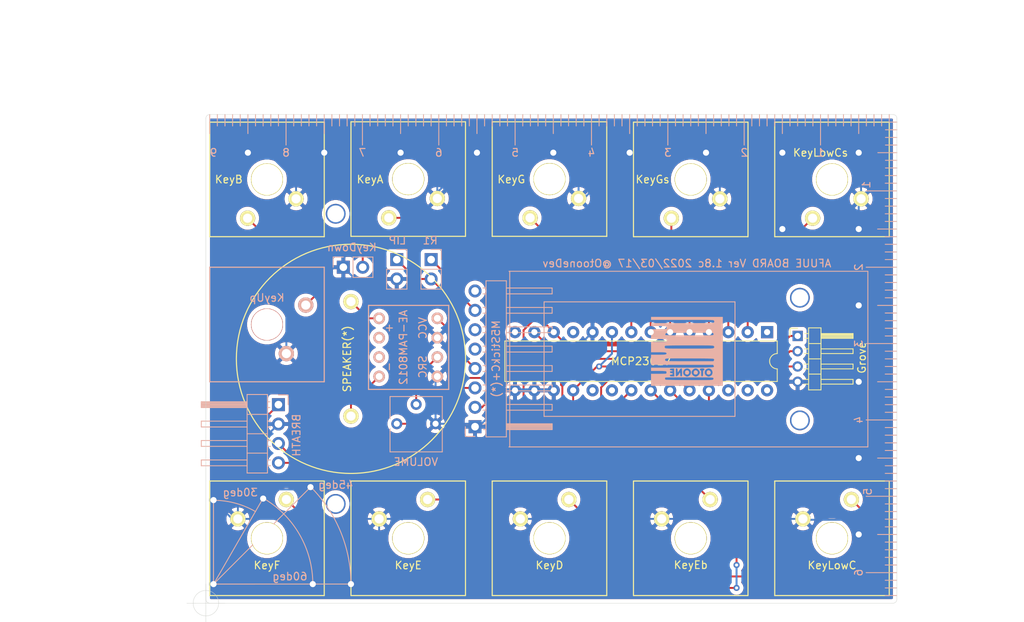
<source format=kicad_pcb>
(kicad_pcb (version 20171130) (host pcbnew "(5.1.8)-1")
  (layers (0 F.Cu signal) (31 B.Cu signal) (34 B.Paste user) (35 F.Paste user) (36 B.SilkS user) (37 F.SilkS user) (38 B.Mask user) (39 F.Mask user) (44 Edge.Cuts user))
  (net 0 "")
  (net 1 GND)
  (net 2 "Net-(SW1-Pad2)")
  (net 3 "Net-(SW2-Pad2)")
  (net 4 "Net-(SW3-Pad2)")
  (net 5 "Net-(SW4-Pad2)")
  (net 6 "Net-(SW5-Pad2)")
  (net 7 "Net-(SW6-Pad2)")
  (net 8 "Net-(SW7-Pad2)")
  (net 9 "Net-(SW8-Pad2)")
  (net 10 "Net-(SW9-Pad2)")
  (net 11 "Net-(SW10-Pad2)")
  (net 12 "Net-(SW11-Pad2)")
  (net 13 "Net-(SW12-Pad2)")
  (net 14 "Net-(J3-Pad2)")
  (net 15 "Net-(J3-Pad3)")
  (net 16 "Net-(J4-Pad5)")
  (net 17 "Net-(J4-Pad8)")
  (net 18 +5V)
  (net 19 "Net-(J3-Pad4)")
  (net 20 "Net-(J3-Pad7)")
  (net 21 "Net-(J4-Pad3)")
  (net 22 "Net-(J1-Pad1)")
  (net 23 "Net-(J1-Pad2)")
  (module Connector_PinHeader_2.54mm:PinHeader_1x08_P2.54mm_Horizontal (layer B.Cu) (at 157.75 100.886)
    (fp_text reference "M5StickC+(*)" (at 2.75 -8.886 90) (layer B.SilkS) (effects (justify mirror)))
    (fp_text value Conn_01x08)
    (pad 1 thru_hole rect (at 0 0) (size 1.7 1.7) (drill 1) (layers *.Cu *.Mask) (net 1 GND))
    (pad 2 thru_hole oval (at 0 -2.54) (size 1.7 1.7) (drill 1) (layers *.Cu *.Mask) (net 14 "Net-(J3-Pad2)"))
    (pad 3 thru_hole oval (at 0 -5.08) (size 1.7 1.7) (drill 1) (layers *.Cu *.Mask) (net 15 "Net-(J3-Pad3)"))
    (pad 4 thru_hole oval (at 0 -7.62) (size 1.7 1.7) (drill 1) (layers *.Cu *.Mask) (net 19 "Net-(J3-Pad4)"))
    (pad 5 thru_hole oval (at 0 -10.16) (size 1.7 1.7) (drill 1) (layers *.Cu *.Mask))
    (pad 6 thru_hole oval (at 0 -12.7) (size 1.7 1.7) (drill 1) (layers *.Cu *.Mask))
    (pad 7 thru_hole oval (at 0 -15.24) (size 1.7 1.7) (drill 1) (layers *.Cu *.Mask) (net 20 "Net-(J3-Pad7)"))
    (pad 8 thru_hole oval (at 0 -17.78) (size 1.7 1.7) (drill 1) (layers *.Cu *.Mask))
  )
  (module Logo:otoonedev_logo (layer B.Cu) (at 185.5 91 180)
    (fp_text reference G*** hide)
    (fp_text value " " hide)
  )
  (module Connector_PinHeader_2.00mm:PinHeader_1x04_P2.00mm_Horizontal (layer F.Cu) (at 200 89)
    (fp_text reference Grove (at 8.41 2.855 90) (layer F.SilkS))
    (fp_text value Conn_01x04)
    (pad 1 thru_hole rect (at 0 0) (size 1.35 1.35) (drill 0.8) (layers *.Cu *.Mask) (net 22 "Net-(J1-Pad1)"))
    (pad 2 thru_hole oval (at 0 2) (size 1.35 1.35) (drill 0.8) (layers *.Cu *.Mask) (net 23 "Net-(J1-Pad2)"))
    (pad 3 thru_hole oval (at 0 4) (size 1.35 1.35) (drill 0.8) (layers *.Cu *.Mask) (net 18 +5V))
    (pad 4 thru_hole oval (at 0 6) (size 1.35 1.35) (drill 0.8) (layers *.Cu *.Mask) (net 1 GND))
  )
  (module CherryMX-Switch:CherryMX-Switch (layer F.Cu) (at 204.5 115.5)
    (fp_text reference KeyLowC (at 0 3.54) (layer F.SilkS))
    (fp_text value SW_Push)
    (pad 3 thru_hole circle (at 0 0) (size 4.2 4.2) (drill 4) (layers *.Cu *.Mask F.SilkS))
    (pad 2 thru_hole circle (at 2.54 -5.08) (size 2 2) (drill 1.2) (layers *.Cu *.Mask F.SilkS) (net 2 "Net-(SW1-Pad2)"))
    (pad 1 thru_hole circle (at -3.81 -2.54) (size 2 2) (drill 1.2) (layers *.Cu *.Mask F.SilkS) (net 1 GND))
  )
  (module CherryMX-Switch:CherryMX-Switch (layer F.Cu) (at 167.5 115.5)
    (fp_text reference KeyD (at 0 3.54) (layer F.SilkS))
    (fp_text value SW_Push)
    (pad 3 thru_hole circle (at 0 0) (size 4.2 4.2) (drill 4) (layers *.Cu *.Mask F.SilkS))
    (pad 2 thru_hole circle (at 2.54 -5.08) (size 2 2) (drill 1.2) (layers *.Cu *.Mask F.SilkS) (net 4 "Net-(SW3-Pad2)"))
    (pad 1 thru_hole circle (at -3.81 -2.54) (size 2 2) (drill 1.2) (layers *.Cu *.Mask F.SilkS) (net 1 GND))
  )
  (module CherryMX-Switch:CherryMX-Switch (layer F.Cu) (at 149 115.5)
    (fp_text reference KeyE (at 0 3.54) (layer F.SilkS))
    (fp_text value SW_Push)
    (pad 3 thru_hole circle (at 0 0) (size 4.2 4.2) (drill 4) (layers *.Cu *.Mask F.SilkS))
    (pad 2 thru_hole circle (at 2.54 -5.08) (size 2 2) (drill 1.2) (layers *.Cu *.Mask F.SilkS) (net 5 "Net-(SW4-Pad2)"))
    (pad 1 thru_hole circle (at -3.81 -2.54) (size 2 2) (drill 1.2) (layers *.Cu *.Mask F.SilkS) (net 1 GND))
  )
  (module CherryMX-Switch:CherryMX-Switch (layer F.Cu) (at 130.5 115.5)
    (fp_text reference KeyF (at 0 3.54) (layer F.SilkS))
    (fp_text value SW_Push)
    (pad 1 thru_hole circle (at -3.81 -2.54) (size 2 2) (drill 1.2) (layers *.Cu *.Mask F.SilkS) (net 1 GND))
    (pad 2 thru_hole circle (at 2.54 -5.08) (size 2 2) (drill 1.2) (layers *.Cu *.Mask F.SilkS) (net 6 "Net-(SW5-Pad2)"))
    (pad 3 thru_hole circle (at 0 0) (size 4.2 4.2) (drill 4) (layers *.Cu *.Mask F.SilkS))
  )
  (module CherryMX-Switch:CherryMX-Switch (layer F.Cu) (at 204.5 68.5 180)
    (fp_text reference KeyLowCs (at 1.5 3.5) (layer F.SilkS))
    (fp_text value SW_Push)
    (pad 3 thru_hole circle (at 0 0 180) (size 4.2 4.2) (drill 4) (layers *.Cu *.Mask F.SilkS))
    (pad 2 thru_hole circle (at 2.54 -5.08 180) (size 2 2) (drill 1.2) (layers *.Cu *.Mask F.SilkS) (net 7 "Net-(SW6-Pad2)"))
    (pad 1 thru_hole circle (at -3.81 -2.54 180) (size 2 2) (drill 1.2) (layers *.Cu *.Mask F.SilkS) (net 1 GND))
  )
  (module CherryMX-Switch:CherryMX-Switch (layer F.Cu) (at 167.5 68.453 180)
    (fp_text reference KeyG (at 5 -0.047) (layer F.SilkS))
    (fp_text value SW_Push)
    (pad 1 thru_hole circle (at -3.81 -2.54 180) (size 2 2) (drill 1.2) (layers *.Cu *.Mask F.SilkS) (net 1 GND))
    (pad 2 thru_hole circle (at 2.54 -5.08 180) (size 2 2) (drill 1.2) (layers *.Cu *.Mask F.SilkS) (net 9 "Net-(SW8-Pad2)"))
    (pad 3 thru_hole circle (at 0 0 180) (size 4.2 4.2) (drill 4) (layers *.Cu *.Mask F.SilkS))
  )
  (module CherryMX-Switch:CherryMX-Switch (layer F.Cu) (at 149 68.453 180)
    (fp_text reference KeyA (at 5 -0.047) (layer F.SilkS))
    (fp_text value SW_Push)
    (pad 3 thru_hole circle (at 0 0 180) (size 4.2 4.2) (drill 4) (layers *.Cu *.Mask F.SilkS))
    (pad 2 thru_hole circle (at 2.54 -5.08 180) (size 2 2) (drill 1.2) (layers *.Cu *.Mask F.SilkS) (net 10 "Net-(SW9-Pad2)"))
    (pad 1 thru_hole circle (at -3.81 -2.54 180) (size 2 2) (drill 1.2) (layers *.Cu *.Mask F.SilkS) (net 1 GND))
  )
  (module CherryMX-Switch:CherryMX-Switch (layer F.Cu) (at 130.5 68.5 180)
    (fp_text reference KeyB (at 5 0) (layer F.SilkS))
    (fp_text value SW_Push)
    (pad 1 thru_hole circle (at -3.81 -2.54 180) (size 2 2) (drill 1.2) (layers *.Cu *.Mask F.SilkS) (net 1 GND))
    (pad 2 thru_hole circle (at 2.54 -5.08 180) (size 2 2) (drill 1.2) (layers *.Cu *.Mask F.SilkS) (net 11 "Net-(SW10-Pad2)"))
    (pad 3 thru_hole circle (at 0 0 180) (size 4.2 4.2) (drill 4) (layers *.Cu *.Mask F.SilkS))
  )
  (module CherryMX-Switch:CherryMX-Switch (layer B.Cu) (at 130.5 87.5 90)
    (fp_text reference KeyUp (at 3.5 0 180) (layer B.SilkS) (effects (justify mirror)))
    (fp_text value SW_Push)
    (pad 1 thru_hole circle (at -3.81 2.54 90) (size 2 2) (drill 1.2) (layers *.Cu *.Mask B.SilkS) (net 1 GND))
    (pad 2 thru_hole circle (at 2.54 5.08 90) (size 2 2) (drill 1.2) (layers *.Cu *.Mask B.SilkS) (net 13 "Net-(SW12-Pad2)"))
    (pad 3 thru_hole circle (at 0 0 90) (size 4.2 4.2) (drill 4) (layers *.Cu *.Mask B.SilkS))
  )
  (module AE-PAM8012:AE-PAM8012 (layer B.Cu) (at 149 90.5 270)
    (fp_text reference AE-PAM8012 (at 0 0.635 90) (layer B.SilkS) (effects (justify mirror)))
    (fp_text value Conn_02x04_Odd_Even)
    (fp_text user SRC (at 2.54 -1.905 90) (layer B.SilkS) (effects (justify mirror)))
    (fp_text user VCC (at -2.54 -1.905 90) (layer B.SilkS) (effects (justify mirror)))
    (fp_text user - (at 2.54 2.54 90) (layer B.SilkS) (effects (justify mirror)))
    (fp_text user + (at -2.54 2.54 90) (layer B.SilkS) (effects (justify mirror)))
    (pad 1 thru_hole circle (at -3.81 -3.81 270) (size 1.524 1.524) (drill 0.9) (layers *.Cu *.Mask B.SilkS) (net 14 "Net-(J3-Pad2)"))
    (pad 2 thru_hole circle (at -1.27 -3.81 270) (size 1.524 1.524) (drill 0.9) (layers *.Cu *.Mask B.SilkS) (net 1 GND))
    (pad 3 thru_hole circle (at 1.27 -3.81 270) (size 1.524 1.524) (drill 0.9) (layers *.Cu *.Mask B.SilkS) (net 21 "Net-(J4-Pad3)"))
    (pad 4 thru_hole circle (at 3.81 -3.81 270) (size 1.524 1.524) (drill 0.9) (layers *.Cu *.Mask B.SilkS) (net 1 GND))
    (pad 5 thru_hole circle (at -3.81 3.81 270) (size 1.524 1.524) (drill 0.9) (layers *.Cu *.Mask B.SilkS) (net 16 "Net-(J4-Pad5)"))
    (pad 6 thru_hole circle (at -1.27 3.81 270) (size 1.524 1.524) (drill 0.9) (layers *.Cu *.Mask B.SilkS))
    (pad 7 thru_hole circle (at 1.27 3.81 270) (size 1.524 1.524) (drill 0.9) (layers *.Cu *.Mask B.SilkS))
    (pad 8 thru_hole circle (at 3.81 3.81 270) (size 1.524 1.524) (drill 0.9) (layers *.Cu *.Mask B.SilkS) (net 17 "Net-(J4-Pad8)"))
  )
  (module UGSM30:USGM30 (layer F.Cu) (at 141.5 92 270)
    (fp_text reference "SPEAKER(*)" (at 0 0.5 90) (layer F.SilkS))
    (fp_text value Conn_01x02)
    (pad 1 thru_hole circle (at -7.5 0 270) (size 2 2) (drill 1.2) (layers *.Cu *.Mask F.SilkS) (net 16 "Net-(J4-Pad5)"))
    (pad 2 thru_hole circle (at 7.5 0 270) (size 2 2) (drill 1.2) (layers *.Cu *.Mask F.SilkS) (net 17 "Net-(J4-Pad8)"))
  )
  (module Package_DIP:DIP-28_W7.62mm (layer F.Cu) (at 196 88.5 270)
    (fp_text reference MCP23017 (at 3.81 16.5 180) (layer F.SilkS))
    (fp_text value MCP23017_SP)
    (pad 1 thru_hole rect (at 0 0 270) (size 1.6 1.6) (drill 0.8) (layers *.Cu *.Mask))
    (pad 15 thru_hole oval (at 7.62 33.02 270) (size 1.6 1.6) (drill 0.8) (layers *.Cu *.Mask) (net 1 GND))
    (pad 2 thru_hole oval (at 0 2.54 270) (size 1.6 1.6) (drill 0.8) (layers *.Cu *.Mask) (net 7 "Net-(SW6-Pad2)"))
    (pad 16 thru_hole oval (at 7.62 30.48 270) (size 1.6 1.6) (drill 0.8) (layers *.Cu *.Mask) (net 1 GND))
    (pad 3 thru_hole oval (at 0 5.08 270) (size 1.6 1.6) (drill 0.8) (layers *.Cu *.Mask) (net 8 "Net-(SW7-Pad2)"))
    (pad 17 thru_hole oval (at 7.62 27.94 270) (size 1.6 1.6) (drill 0.8) (layers *.Cu *.Mask) (net 1 GND))
    (pad 4 thru_hole oval (at 0 7.62 270) (size 1.6 1.6) (drill 0.8) (layers *.Cu *.Mask) (net 9 "Net-(SW8-Pad2)"))
    (pad 18 thru_hole oval (at 7.62 25.4 270) (size 1.6 1.6) (drill 0.8) (layers *.Cu *.Mask) (net 18 +5V))
    (pad 5 thru_hole oval (at 0 10.16 270) (size 1.6 1.6) (drill 0.8) (layers *.Cu *.Mask) (net 10 "Net-(SW9-Pad2)"))
    (pad 19 thru_hole oval (at 7.62 22.86 270) (size 1.6 1.6) (drill 0.8) (layers *.Cu *.Mask))
    (pad 6 thru_hole oval (at 0 12.7 270) (size 1.6 1.6) (drill 0.8) (layers *.Cu *.Mask) (net 11 "Net-(SW10-Pad2)"))
    (pad 20 thru_hole oval (at 7.62 20.32 270) (size 1.6 1.6) (drill 0.8) (layers *.Cu *.Mask))
    (pad 7 thru_hole oval (at 0 15.24 270) (size 1.6 1.6) (drill 0.8) (layers *.Cu *.Mask) (net 12 "Net-(SW11-Pad2)"))
    (pad 21 thru_hole oval (at 7.62 17.78 270) (size 1.6 1.6) (drill 0.8) (layers *.Cu *.Mask) (net 2 "Net-(SW1-Pad2)"))
    (pad 8 thru_hole oval (at 0 17.78 270) (size 1.6 1.6) (drill 0.8) (layers *.Cu *.Mask) (net 13 "Net-(SW12-Pad2)"))
    (pad 22 thru_hole oval (at 7.62 15.24 270) (size 1.6 1.6) (drill 0.8) (layers *.Cu *.Mask) (net 3 "Net-(SW2-Pad2)"))
    (pad 9 thru_hole oval (at 0 20.32 270) (size 1.6 1.6) (drill 0.8) (layers *.Cu *.Mask) (net 18 +5V))
    (pad 23 thru_hole oval (at 7.62 12.7 270) (size 1.6 1.6) (drill 0.8) (layers *.Cu *.Mask) (net 4 "Net-(SW3-Pad2)"))
    (pad 10 thru_hole oval (at 0 22.86 270) (size 1.6 1.6) (drill 0.8) (layers *.Cu *.Mask) (net 1 GND))
    (pad 24 thru_hole oval (at 7.62 10.16 270) (size 1.6 1.6) (drill 0.8) (layers *.Cu *.Mask) (net 5 "Net-(SW4-Pad2)"))
    (pad 11 thru_hole oval (at 0 25.4 270) (size 1.6 1.6) (drill 0.8) (layers *.Cu *.Mask))
    (pad 25 thru_hole oval (at 7.62 7.62 270) (size 1.6 1.6) (drill 0.8) (layers *.Cu *.Mask) (net 6 "Net-(SW5-Pad2)"))
    (pad 12 thru_hole oval (at 0 27.94 270) (size 1.6 1.6) (drill 0.8) (layers *.Cu *.Mask) (net 22 "Net-(J1-Pad1)"))
    (pad 26 thru_hole oval (at 7.62 5.08 270) (size 1.6 1.6) (drill 0.8) (layers *.Cu *.Mask))
    (pad 13 thru_hole oval (at 0 30.48 270) (size 1.6 1.6) (drill 0.8) (layers *.Cu *.Mask) (net 23 "Net-(J1-Pad2)"))
    (pad 27 thru_hole oval (at 7.62 2.54 270) (size 1.6 1.6) (drill 0.8) (layers *.Cu *.Mask))
    (pad 14 thru_hole oval (at 0 33.02 270) (size 1.6 1.6) (drill 0.8) (layers *.Cu *.Mask))
    (pad 28 thru_hole oval (at 7.62 0 270) (size 1.6 1.6) (drill 0.8) (layers *.Cu *.Mask))
  )
  (module CherryMX-Switch:CherryMX-Switch (layer F.Cu) (at 186 115.5)
    (fp_text reference KeyEb (at 0 3.5) (layer F.SilkS))
    (fp_text value SW_Push)
    (pad 3 thru_hole circle (at 0 0) (size 4.2 4.2) (drill 4) (layers *.Cu *.Mask F.SilkS))
    (pad 2 thru_hole circle (at 2.54 -5.08) (size 2 2) (drill 1.2) (layers *.Cu *.Mask F.SilkS) (net 3 "Net-(SW2-Pad2)"))
    (pad 1 thru_hole circle (at -3.81 -2.54) (size 2 2) (drill 1.2) (layers *.Cu *.Mask F.SilkS) (net 1 GND))
  )
  (module CherryMX-Switch:CherryMX-Switch (layer F.Cu) (at 186 68.5 180)
    (fp_text reference KeyGs (at 5 0) (layer F.SilkS))
    (fp_text value SW_Push)
    (pad 1 thru_hole circle (at -3.81 -2.54 180) (size 2 2) (drill 1.2) (layers *.Cu *.Mask F.SilkS) (net 1 GND))
    (pad 2 thru_hole circle (at 2.54 -5.08 180) (size 2 2) (drill 1.2) (layers *.Cu *.Mask F.SilkS) (net 8 "Net-(SW7-Pad2)"))
    (pad 3 thru_hole circle (at 0 0 180) (size 4.2 4.2) (drill 4) (layers *.Cu *.Mask F.SilkS))
  )
  (module Connector_PinHeader_2.54mm:PinHeader_1x02_P2.54mm_Vertical (layer B.Cu) (at 140.5 80 270)
    (fp_text reference KeyDown (at -2.606 -1.116) (layer B.SilkS) (effects (justify mirror)))
    (fp_text value SW_Push)
    (pad 1 thru_hole rect (at 0 0 270) (size 1.7 1.7) (drill 1) (layers *.Cu *.Mask) (net 1 GND))
    (pad 2 thru_hole oval (at 0 -2.54 270) (size 1.7 1.7) (drill 1) (layers *.Cu *.Mask) (net 12 "Net-(SW11-Pad2)"))
  )
  (module Connector_PinHeader_2.54mm:PinHeader_1x04_P2.54mm_Horizontal (layer B.Cu) (at 132 98 180)
    (fp_text reference BREATH (at -2.365 -4 90) (layer B.SilkS) (effects (justify mirror)))
    (fp_text value Conn_01x04)
    (pad 4 thru_hole oval (at 0 -7.62 180) (size 1.7 1.7) (drill 1) (layers *.Cu *.Mask) (net 23 "Net-(J1-Pad2)"))
    (pad 3 thru_hole oval (at 0 -5.08 180) (size 1.7 1.7) (drill 1) (layers *.Cu *.Mask) (net 22 "Net-(J1-Pad1)"))
    (pad 2 thru_hole oval (at 0 -2.54 180) (size 1.7 1.7) (drill 1) (layers *.Cu *.Mask) (net 1 GND))
    (pad 1 thru_hole rect (at 0 0 180) (size 1.7 1.7) (drill 1) (layers *.Cu *.Mask) (net 18 +5V))
  )
  (module Connector_PinHeader_2.54mm:PinHeader_1x02_P2.54mm_Vertical (layer B.Cu) (at 147.5 79 180)
    (fp_text reference LIP (at -0.079999 2.5) (layer B.SilkS) (effects (justify mirror)))
    (fp_text value Conn_01x02)
    (pad 2 thru_hole oval (at 0 -2.54 180) (size 1.7 1.7) (drill 1) (layers *.Cu *.Mask) (net 1 GND))
    (pad 1 thru_hole rect (at 0 0 180) (size 1.7 1.7) (drill 1) (layers *.Cu *.Mask) (net 19 "Net-(J3-Pad4)"))
  )
  (module Connector_PinHeader_2.54mm:PinHeader_1x02_P2.54mm_Vertical (layer B.Cu) (at 152 79 180)
    (fp_text reference R1 (at 0.125001 2.5) (layer B.SilkS) (effects (justify mirror)))
    (fp_text value R)
    (pad 1 thru_hole rect (at 0 0 180) (size 1.7 1.7) (drill 1) (layers *.Cu *.Mask) (net 20 "Net-(J3-Pad7)"))
    (pad 2 thru_hole oval (at 0 -2.54 180) (size 1.7 1.7) (drill 1) (layers *.Cu *.Mask) (net 19 "Net-(J3-Pad4)"))
  )
  (module Potentiometer_THT:Potentiometer_Vishay_T73YP_Vertical (layer B.Cu) (at 147.5 100.5 90)
    (fp_text reference VOLUME (at -5 2.5) (layer B.SilkS) (effects (justify mirror)))
    (fp_text value R_POT)
    (pad 3 thru_hole circle (at 0 5.08 90) (size 1.44 1.44) (drill 0.8) (layers *.Cu *.Mask) (net 1 GND))
    (pad 2 thru_hole circle (at 2.54 2.54 90) (size 1.44 1.44) (drill 0.8) (layers *.Cu *.Mask) (net 21 "Net-(J4-Pad3)"))
    (pad 1 thru_hole circle (at 0 0 90) (size 1.44 1.44) (drill 0.8) (layers *.Cu *.Mask) (net 15 "Net-(J3-Pad3)"))
  )
  (gr_text 9 (at 123.5 64.998) (layer B.SilkS) (effects (font (size 1 1)) (justify mirror)))
  (gr_line (start 123 62.498) (end 123 59.998) (layer B.SilkS) (width 0.12))
  (gr_line (start 124 61.498) (end 124 59.998) (layer B.SilkS) (width 0.12))
  (gr_line (start 125 61.498) (end 125 59.998) (layer B.SilkS) (width 0.12))
  (gr_line (start 126 61.498) (end 126 59.998) (layer B.SilkS) (width 0.12))
  (gr_arc (start 212.5 123.5) (end 212.5 124) (angle -90) (layer Edge.Cuts) (width 0.05))
  (gr_arc (start 123 123.5) (end 122.5 123.5) (angle -90) (layer Edge.Cuts) (width 0.05))
  (gr_arc (start 123 60.5) (end 123 60) (angle -90) (layer Edge.Cuts) (width 0.05))
  (gr_arc (start 212.5 60.5) (end 213 60.5) (angle -90) (layer Edge.Cuts) (width 0.05))
  (gr_line (start 122.5 60.5) (end 122.5 123.5) (layer Edge.Cuts) (width 0.05))
  (gr_line (start 127 61.498) (end 127 59.998) (layer B.SilkS) (width 0.12))
  (gr_line (start 130 61.498) (end 130 59.998) (layer B.SilkS) (width 0.12))
  (gr_line (start 132 61.498) (end 132 59.998) (layer B.SilkS) (width 0.12))
  (gr_line (start 129 61.498) (end 129 59.998) (layer B.SilkS) (width 0.12))
  (gr_line (start 128 62.498) (end 128 59.998) (layer B.SilkS) (width 0.12))
  (gr_line (start 131 61.498) (end 131 59.998) (layer B.SilkS) (width 0.12))
  (gr_line (start 133 63.998) (end 133 59.998) (layer B.SilkS) (width 0.12))
  (gr_text 8 (at 133 64.998) (layer B.SilkS) (effects (font (size 1 1)) (justify mirror)))
  (gr_line (start 138 62.498) (end 138 59.998) (layer B.SilkS) (width 0.12))
  (gr_line (start 142 61.498) (end 142 59.998) (layer B.SilkS) (width 0.12))
  (gr_line (start 139 61.498) (end 139 59.998) (layer B.SilkS) (width 0.12))
  (gr_line (start 136 61.498) (end 136 59.998) (layer B.SilkS) (width 0.12))
  (gr_line (start 141 61.498) (end 141 59.998) (layer B.SilkS) (width 0.12))
  (gr_line (start 134 61.498) (end 134 59.998) (layer B.SilkS) (width 0.12))
  (gr_line (start 140 61.498) (end 140 59.998) (layer B.SilkS) (width 0.12))
  (gr_line (start 137 61.498) (end 137 59.998) (layer B.SilkS) (width 0.12))
  (gr_line (start 135 61.498) (end 135 59.998) (layer B.SilkS) (width 0.12))
  (gr_line (start 211.47 123) (end 212.97 123) (layer B.SilkS) (width 0.12))
  (gr_line (start 211.47 122) (end 212.97 122) (layer B.SilkS) (width 0.12))
  (gr_line (start 211.47 121) (end 212.97 121) (layer B.SilkS) (width 0.12))
  (gr_line (start 211.5 64) (end 213 64) (layer B.SilkS) (width 0.12))
  (gr_line (start 212.5 60) (end 123 60) (layer Edge.Cuts) (width 0.05))
  (gr_line (start 213 123.5) (end 213 60.5) (layer Edge.Cuts) (width 0.05))
  (gr_line (start 123 124) (end 212.5 124) (layer Edge.Cuts) (width 0.05))
  (gr_text 30deg (at 127 109.5) (layer B.SilkS) (effects (font (size 1 1)) (justify mirror)))
  (gr_text 60deg (at 133.5 120.5) (layer B.SilkS) (effects (font (size 1 1)) (justify mirror)))
  (gr_text 45deg (at 139.5 108.5) (layer B.SilkS) (effects (font (size 1 1)) (justify mirror)))
  (gr_arc (start 123.5 121.502) (end 128.999999 112.002001) (angle -30.06858282) (layer B.SilkS) (width 0.12))
  (gr_line (start 123.5 121.5) (end 123.5 110.498) (layer B.SilkS) (width 0.12))
  (gr_arc (start 123.5 121.502) (end 141.5 121.5) (angle -44.99772574) (layer B.SilkS) (width 0.12))
  (gr_line (start 130 110.241586) (end 123.50361 121.502) (layer B.SilkS) (width 0.12))
  (gr_arc (start 123.50361 121.502) (end 136.50361 121.5) (angle -60.00955617) (layer B.SilkS) (width 0.12))
  (gr_line (start 123.5 121.5) (end 141.5 121.498) (layer B.SilkS) (width 0.12))
  (gr_line (start 136.227013 108.773169) (end 123.5 121.502) (layer B.SilkS) (width 0.12))
  (gr_text 6 (at 208 120 90) (layer B.SilkS) (effects (font (size 1 1)) (justify mirror)))
  (gr_line (start 208.97 120) (end 212.97 120) (layer B.SilkS) (width 0.12))
  (gr_line (start 211.47 117) (end 212.97 117) (layer B.SilkS) (width 0.12))
  (gr_line (start 211.47 114) (end 212.97 114) (layer B.SilkS) (width 0.12))
  (gr_line (start 211.47 111) (end 212.97 111) (layer B.SilkS) (width 0.12))
  (gr_line (start 210.47 115) (end 212.97 115) (layer B.SilkS) (width 0.12))
  (gr_line (start 211.47 112) (end 212.97 112) (layer B.SilkS) (width 0.12))
  (gr_line (start 211.47 113) (end 212.97 113) (layer B.SilkS) (width 0.12))
  (gr_line (start 211.47 116) (end 212.97 116) (layer B.SilkS) (width 0.12))
  (gr_line (start 211.47 118) (end 212.97 118) (layer B.SilkS) (width 0.12))
  (gr_line (start 211.47 119) (end 212.97 119) (layer B.SilkS) (width 0.12))
  (gr_text 5 (at 209.185 109.395 90) (layer B.SilkS) (effects (font (size 1 1)) (justify mirror)))
  (gr_line (start 211.47 103) (end 212.97 103) (layer B.SilkS) (width 0.12))
  (gr_line (start 211.47 108) (end 212.97 108) (layer B.SilkS) (width 0.12))
  (gr_line (start 211.47 106) (end 212.97 106) (layer B.SilkS) (width 0.12))
  (gr_line (start 211.47 109) (end 212.97 109) (layer B.SilkS) (width 0.12))
  (gr_line (start 211.47 102) (end 212.97 102) (layer B.SilkS) (width 0.12))
  (gr_line (start 208.97 110) (end 212.97 110) (layer B.SilkS) (width 0.12))
  (gr_line (start 211.47 107) (end 212.97 107) (layer B.SilkS) (width 0.12))
  (gr_line (start 211.47 101) (end 212.97 101) (layer B.SilkS) (width 0.12))
  (gr_line (start 211.47 104) (end 212.97 104) (layer B.SilkS) (width 0.12))
  (gr_line (start 210.47 105) (end 212.97 105) (layer B.SilkS) (width 0.12))
  (gr_text 4 (at 208 100 90) (layer B.SilkS) (effects (font (size 1 1)) (justify mirror)))
  (gr_line (start 211.47 96) (end 212.97 96) (layer B.SilkS) (width 0.12))
  (gr_line (start 208.97 100) (end 212.97 100) (layer B.SilkS) (width 0.12))
  (gr_line (start 211.47 93) (end 212.97 93) (layer B.SilkS) (width 0.12))
  (gr_line (start 211.47 92) (end 212.97 92) (layer B.SilkS) (width 0.12))
  (gr_line (start 211.47 97) (end 212.97 97) (layer B.SilkS) (width 0.12))
  (gr_line (start 211.47 94) (end 212.97 94) (layer B.SilkS) (width 0.12))
  (gr_line (start 211.47 99) (end 212.97 99) (layer B.SilkS) (width 0.12))
  (gr_line (start 211.47 98) (end 212.97 98) (layer B.SilkS) (width 0.12))
  (gr_line (start 210.47 95) (end 212.97 95) (layer B.SilkS) (width 0.12))
  (gr_line (start 211.47 91) (end 212.97 91) (layer B.SilkS) (width 0.12))
  (gr_text 3 (at 208 90 90) (layer B.SilkS) (effects (font (size 1 1)) (justify mirror)))
  (gr_line (start 211.47 86) (end 212.97 86) (layer B.SilkS) (width 0.12))
  (gr_line (start 209 90) (end 212.97 90) (layer B.SilkS) (width 0.12))
  (gr_line (start 210.47 85) (end 212.97 85) (layer B.SilkS) (width 0.12))
  (gr_line (start 211.47 81) (end 212.97 81) (layer B.SilkS) (width 0.12))
  (gr_line (start 211.47 88) (end 212.97 88) (layer B.SilkS) (width 0.12))
  (gr_line (start 211.47 83) (end 212.97 83) (layer B.SilkS) (width 0.12))
  (gr_line (start 211.47 82) (end 212.97 82) (layer B.SilkS) (width 0.12))
  (gr_line (start 211.47 84) (end 212.97 84) (layer B.SilkS) (width 0.12))
  (gr_line (start 211.47 87) (end 212.97 87) (layer B.SilkS) (width 0.12))
  (gr_line (start 211.47 89) (end 212.97 89) (layer B.SilkS) (width 0.12))
  (gr_text 2 (at 208 80 90) (layer B.SilkS) (effects (font (size 1 1)) (justify mirror)))
  (gr_line (start 211.47 73) (end 212.97 73) (layer B.SilkS) (width 0.12))
  (gr_line (start 210.47 75) (end 212.97 75) (layer B.SilkS) (width 0.12))
  (gr_line (start 211.47 71) (end 212.97 71) (layer B.SilkS) (width 0.12))
  (gr_line (start 211.47 72) (end 212.97 72) (layer B.SilkS) (width 0.12))
  (gr_line (start 211.47 79) (end 212.97 79) (layer B.SilkS) (width 0.12))
  (gr_line (start 211.47 77) (end 212.97 77) (layer B.SilkS) (width 0.12))
  (gr_line (start 211.47 74) (end 212.97 74) (layer B.SilkS) (width 0.12))
  (gr_line (start 211.47 78) (end 212.97 78) (layer B.SilkS) (width 0.12))
  (gr_line (start 211.47 76) (end 212.97 76) (layer B.SilkS) (width 0.12))
  (gr_line (start 208.97 80) (end 212.97 80) (layer B.SilkS) (width 0.12))
  (gr_text 1 (at 209 69.2 90) (layer B.SilkS) (effects (font (size 1 1)) (justify mirror)))
  (gr_line (start 211.5 61.998) (end 213 61.998) (layer B.SilkS) (width 0.12))
  (gr_line (start 210.5 64.998) (end 213 64.998) (layer B.SilkS) (width 0.12))
  (gr_line (start 212 60.998) (end 213 60.998) (layer B.SilkS) (width 0.12))
  (gr_line (start 211.47 69) (end 212.97 69) (layer B.SilkS) (width 0.12))
  (gr_line (start 211.5 66.998) (end 213 66.998) (layer B.SilkS) (width 0.12))
  (gr_line (start 211.5 63) (end 213 63) (layer B.SilkS) (width 0.12))
  (gr_line (start 211.47 68) (end 212.97 68) (layer B.SilkS) (width 0.12))
  (gr_line (start 211.5 65.998) (end 213 65.998) (layer B.SilkS) (width 0.12))
  (gr_line (start 208.97 70) (end 212.97 70) (layer B.SilkS) (width 0.12))
  (gr_text 7 (at 143 64.998) (layer B.SilkS) (effects (font (size 1 1)) (justify mirror)))
  (gr_text 6 (at 153 64.998) (layer B.SilkS) (effects (font (size 1 1)) (justify mirror)))
  (gr_text 5 (at 163 64.998) (layer B.SilkS) (effects (font (size 1 1)) (justify mirror)))
  (gr_text 4 (at 173 64.998) (layer B.SilkS) (effects (font (size 1 1)) (justify mirror)))
  (gr_text 3 (at 183 64.998) (layer B.SilkS) (effects (font (size 1 1)) (justify mirror)))
  (gr_text 2 (at 193 64.998) (layer B.SilkS) (effects (font (size 1 1)) (justify mirror)))
  (gr_text 1 (at 203 64.998) (layer B.SilkS) (effects (font (size 1 1)) (justify mirror)))
  (gr_line (start 145 61.498) (end 145 59.998) (layer B.SilkS) (width 0.12))
  (gr_line (start 146 61.498) (end 146 59.998) (layer B.SilkS) (width 0.12))
  (gr_line (start 144 61.498) (end 144 59.998) (layer B.SilkS) (width 0.12))
  (gr_line (start 147 61.498) (end 147 59.998) (layer B.SilkS) (width 0.12))
  (gr_line (start 149 61.498) (end 149 59.998) (layer B.SilkS) (width 0.12))
  (gr_line (start 152 61.498) (end 152 59.998) (layer B.SilkS) (width 0.12))
  (gr_line (start 150 61.498) (end 150 59.998) (layer B.SilkS) (width 0.12))
  (gr_line (start 151 61.498) (end 151 59.998) (layer B.SilkS) (width 0.12))
  (gr_line (start 154 61.498) (end 154 59.998) (layer B.SilkS) (width 0.12))
  (gr_line (start 156 61.498) (end 156 59.998) (layer B.SilkS) (width 0.12))
  (gr_line (start 157 61.498) (end 157 59.998) (layer B.SilkS) (width 0.12))
  (gr_line (start 155 61.498) (end 155 59.998) (layer B.SilkS) (width 0.12))
  (gr_line (start 161 61.498) (end 161 59.998) (layer B.SilkS) (width 0.12))
  (gr_line (start 162 61.498) (end 162 59.998) (layer B.SilkS) (width 0.12))
  (gr_line (start 159 61.498) (end 159 59.998) (layer B.SilkS) (width 0.12))
  (gr_line (start 160 61.498) (end 160 59.998) (layer B.SilkS) (width 0.12))
  (gr_line (start 167 61.498) (end 167 59.998) (layer B.SilkS) (width 0.12))
  (gr_line (start 165 61.498) (end 165 59.998) (layer B.SilkS) (width 0.12))
  (gr_line (start 166 61.498) (end 166 59.998) (layer B.SilkS) (width 0.12))
  (gr_line (start 164 61.498) (end 164 59.998) (layer B.SilkS) (width 0.12))
  (gr_line (start 171 61.498) (end 171 59.998) (layer B.SilkS) (width 0.12))
  (gr_line (start 172 61.498) (end 172 59.998) (layer B.SilkS) (width 0.12))
  (gr_line (start 170 61.498) (end 170 59.998) (layer B.SilkS) (width 0.12))
  (gr_line (start 169 61.498) (end 169 59.998) (layer B.SilkS) (width 0.12))
  (gr_line (start 175 61.498) (end 175 59.998) (layer B.SilkS) (width 0.12))
  (gr_line (start 174 61.498) (end 174 59.998) (layer B.SilkS) (width 0.12))
  (gr_line (start 176 61.498) (end 176 59.998) (layer B.SilkS) (width 0.12))
  (gr_line (start 177 61.498) (end 177 59.998) (layer B.SilkS) (width 0.12))
  (gr_line (start 182 61.498) (end 182 59.998) (layer B.SilkS) (width 0.12))
  (gr_line (start 179 61.498) (end 179 59.998) (layer B.SilkS) (width 0.12))
  (gr_line (start 180 61.498) (end 180 59.998) (layer B.SilkS) (width 0.12))
  (gr_line (start 181 61.498) (end 181 59.998) (layer B.SilkS) (width 0.12))
  (gr_line (start 185 61.498) (end 185 59.998) (layer B.SilkS) (width 0.12))
  (gr_line (start 184 61.498) (end 184 59.998) (layer B.SilkS) (width 0.12))
  (gr_line (start 187 61.498) (end 187 59.998) (layer B.SilkS) (width 0.12))
  (gr_line (start 186 61.498) (end 186 59.998) (layer B.SilkS) (width 0.12))
  (gr_line (start 189 61.498) (end 189 59.998) (layer B.SilkS) (width 0.12))
  (gr_line (start 190 61.498) (end 190 59.998) (layer B.SilkS) (width 0.12))
  (gr_line (start 191 61.498) (end 191 59.998) (layer B.SilkS) (width 0.12))
  (gr_line (start 192 61.498) (end 192 59.998) (layer B.SilkS) (width 0.12))
  (gr_line (start 194 61.498) (end 194 59.998) (layer B.SilkS) (width 0.12))
  (gr_line (start 195 61.498) (end 195 59.998) (layer B.SilkS) (width 0.12))
  (gr_line (start 196 61.498) (end 196 59.998) (layer B.SilkS) (width 0.12))
  (gr_line (start 197 61.498) (end 197 59.998) (layer B.SilkS) (width 0.12))
  (gr_line (start 199 61.498) (end 199 59.998) (layer B.SilkS) (width 0.12))
  (gr_line (start 200 61.498) (end 200 59.998) (layer B.SilkS) (width 0.12))
  (gr_line (start 201 61.498) (end 201 59.998) (layer B.SilkS) (width 0.12))
  (gr_line (start 202 61.498) (end 202 59.998) (layer B.SilkS) (width 0.12))
  (gr_line (start 204 61.498) (end 204 59.998) (layer B.SilkS) (width 0.12))
  (gr_line (start 205 61.498) (end 205 59.998) (layer B.SilkS) (width 0.12))
  (gr_line (start 206 61.498) (end 206 59.998) (layer B.SilkS) (width 0.12))
  (gr_line (start 207 61.498) (end 207 59.998) (layer B.SilkS) (width 0.12))
  (gr_line (start 212 60.998) (end 212 59.998) (layer B.SilkS) (width 0.12))
  (gr_line (start 211 61.498) (end 211 59.998) (layer B.SilkS) (width 0.12))
  (gr_line (start 210 61.498) (end 210 59.998) (layer B.SilkS) (width 0.12))
  (gr_line (start 209 61.498) (end 209 59.998) (layer B.SilkS) (width 0.12))
  (gr_line (start 208 62.498) (end 208 59.998) (layer B.SilkS) (width 0.12))
  (gr_line (start 198 62.498) (end 198 59.998) (layer B.SilkS) (width 0.12))
  (gr_line (start 188 62.498) (end 188 59.998) (layer B.SilkS) (width 0.12))
  (gr_line (start 178 62.498) (end 178 59.998) (layer B.SilkS) (width 0.12))
  (gr_line (start 168 62.498) (end 168 59.998) (layer B.SilkS) (width 0.12))
  (gr_line (start 158 62.498) (end 158 59.998) (layer B.SilkS) (width 0.12))
  (gr_line (start 148 62.498) (end 148 59.998) (layer B.SilkS) (width 0.12))
  (gr_line (start 143 63.998) (end 143 59.998) (layer B.SilkS) (width 0.12))
  (gr_line (start 203 63.998) (end 203 59.998) (layer B.SilkS) (width 0.12))
  (gr_line (start 193 63.998) (end 193 59.998) (layer B.SilkS) (width 0.12))
  (gr_line (start 183 63.998) (end 183 59.998) (layer B.SilkS) (width 0.12))
  (gr_line (start 173 63.998) (end 173 59.998) (layer B.SilkS) (width 0.12))
  (gr_line (start 163 63.998) (end 163 59.998) (layer B.SilkS) (width 0.12))
  (gr_line (start 153 59.998) (end 153 63.998) (layer B.SilkS) (width 0.12))
  (gr_line (start 191.794 99.532) (end 166.794 99.532) (layer B.SilkS) (width 0.12))
  (gr_line (start 191.794 84.532) (end 191.794 99.532) (layer B.SilkS) (width 0.12))
  (gr_line (start 166.794 84.532) (end 191.794 84.532) (layer B.SilkS) (width 0.12))
  (gr_line (start 166.794 99.532) (end 166.794 84.532) (layer B.SilkS) (width 0.12))
  (gr_line (start 162.294 103.532) (end 162.294 80.532) (layer B.SilkS) (width 0.12))
  (gr_line (start 209.195 103.532) (end 162.195 103.532) (layer B.SilkS) (width 0.12))
  (gr_line (start 209.195 80.532) (end 209.195 103.532) (layer B.SilkS) (width 0.12))
  (gr_line (start 162.195 80.532) (end 209.195 80.532) (layer B.SilkS) (width 0.12))
  (gr_text "AFUUE BOARD Ver 1.8c 2022/03/17 @OtooneDev" (at 204.5 79.5) (layer B.SilkS) (effects (font (size 1 1)) (justify left mirror)))
  (target plus (at 122.5 124) (size 5) (width 0.05) (layer Edge.Cuts))
  (via (at 200.295 83.995) (size 2.6) (drill 2.2) (layers F.Cu B.Cu) (net 0))
  (via (at 200.295 100.0605) (size 2.6) (drill 2.2) (layers F.Cu B.Cu) (net 0))
  (via (at 139.5 73) (size 2.6) (drill 2.2) (layers F.Cu B.Cu) (net 0))
  (via (at 139.5 111) (size 2.6) (drill 2.2) (layers F.Cu B.Cu) (net 0))
  (via (at 123.5 110.5) (size 1.2) (drill 0.8) (layers F.Cu B.Cu) (net 1))
  (via (at 123.5 121.5) (size 1.2) (drill 0.8) (layers F.Cu B.Cu) (net 1))
  (via (at 130 110.3) (size 1.2) (drill 0.8) (layers F.Cu B.Cu) (net 1))
  (via (at 136.2 108.8) (size 1.2) (drill 0.8) (layers F.Cu B.Cu) (net 1))
  (via (at 136.5 121.5) (size 1.2) (drill 0.8) (layers F.Cu B.Cu) (net 1))
  (via (at 141.5 121.5) (size 1.2) (drill 0.8) (layers F.Cu B.Cu) (net 1))
  (segment (start 148.12 112.96) (end 148.19 113.03) (width 0.25) (layer B.Cu) (net 1))
  (segment (start 165.62 113.03) (end 165.69 112.96) (width 0.25) (layer B.Cu) (net 1))
  (segment (start 208.31 71.04) (end 209.309999 72.039999) (width 0.25) (layer B.Cu) (net 1))
  (segment (start 200.804999 113.074999) (end 200.69 112.96) (width 0.25) (layer B.Cu) (net 1))
  (segment (start 207.410001 113.074999) (end 200.804999 113.074999) (width 0.25) (layer B.Cu) (net 1))
  (segment (start 209.309999 111.175001) (end 207.410001 113.074999) (width 0.25) (layer B.Cu) (net 1))
  (segment (start 209.309999 87.045001) (end 209.309999 111.175001) (width 0.25) (layer B.Cu) (net 1))
  (segment (start 209.309999 72.039999) (end 209.309999 87.045001) (width 0.25) (layer B.Cu) (net 1))
  (via (at 138 65) (size 1.2) (drill 0.8) (layers F.Cu B.Cu) (net 1))
  (via (at 148 65) (size 1.2) (drill 0.8) (layers F.Cu B.Cu) (net 1))
  (via (at 158 65) (size 1.2) (drill 0.8) (layers F.Cu B.Cu) (net 1))
  (via (at 128 65) (size 1.2) (drill 0.8) (layers F.Cu B.Cu) (net 1))
  (via (at 168 65) (size 1.2) (drill 0.8) (layers F.Cu B.Cu) (net 1))
  (via (at 178 65) (size 1.2) (drill 0.8) (layers F.Cu B.Cu) (net 1))
  (via (at 188 65) (size 1.2) (drill 0.8) (layers F.Cu B.Cu) (net 1))
  (via (at 198 65) (size 1.2) (drill 0.8) (layers F.Cu B.Cu) (net 1))
  (via (at 208 65) (size 1.2) (drill 0.8) (layers F.Cu B.Cu) (net 1))
  (via (at 208 75) (size 1.2) (drill 0.8) (layers F.Cu B.Cu) (net 1))
  (via (at 208 85) (size 1.2) (drill 0.8) (layers F.Cu B.Cu) (net 1))
  (via (at 198 75) (size 1.2) (drill 0.8) (layers F.Cu B.Cu) (net 1))
  (via (at 208 95) (size 1.2) (drill 0.8) (layers F.Cu B.Cu) (net 1))
  (via (at 208 105) (size 1.2) (drill 0.8) (layers F.Cu B.Cu) (net 1))
  (via (at 208 115) (size 1.2) (drill 0.8) (layers F.Cu B.Cu) (net 1))
  (segment (start 162.98 96.12) (end 165.52 96.12) (width 0.25) (layer B.Cu) (net 1))
  (segment (start 165.52 96.12) (end 168.06 96.12) (width 0.25) (layer B.Cu) (net 1))
  (segment (start 168.06 93.58) (end 173.14 88.5) (width 0.25) (layer B.Cu) (net 1))
  (segment (start 168.06 96.12) (end 168.06 93.58) (width 0.25) (layer B.Cu) (net 1))
  (segment (start 208 105) (end 208.5 105) (width 0.25) (layer B.Cu) (net 1))
  (segment (start 208 104.5) (end 208 95) (width 0.25) (layer B.Cu) (net 1))
  (segment (start 208.5 105) (end 208 104.5) (width 0.25) (layer B.Cu) (net 1))
  (segment (start 208 95) (end 208 85) (width 0.25) (layer B.Cu) (net 1))
  (segment (start 200 95) (end 208 95) (width 0.25) (layer B.Cu) (net 1))
  (segment (start 208 85) (end 208 75) (width 0.25) (layer B.Cu) (net 1))
  (segment (start 208.31 65.31) (end 208 65) (width 0.25) (layer B.Cu) (net 1))
  (segment (start 208.31 71.04) (end 208.31 65.31) (width 0.25) (layer B.Cu) (net 1))
  (segment (start 193.77 75) (end 189.81 71.04) (width 0.25) (layer B.Cu) (net 1))
  (segment (start 198 75) (end 193.77 75) (width 0.25) (layer B.Cu) (net 1))
  (segment (start 189.81 66.81) (end 188 65) (width 0.25) (layer B.Cu) (net 1))
  (segment (start 189.81 71.04) (end 189.81 66.81) (width 0.25) (layer B.Cu) (net 1))
  (segment (start 188 65) (end 198 65) (width 0.25) (layer B.Cu) (net 1))
  (segment (start 198 65) (end 208 65) (width 0.25) (layer B.Cu) (net 1))
  (segment (start 208 71.35) (end 208.31 71.04) (width 0.25) (layer B.Cu) (net 1))
  (segment (start 208 75) (end 208 71.35) (width 0.25) (layer B.Cu) (net 1))
  (segment (start 207.410001 114.410001) (end 208 115) (width 0.25) (layer B.Cu) (net 1))
  (segment (start 207.410001 113.074999) (end 207.410001 114.410001) (width 0.25) (layer B.Cu) (net 1))
  (segment (start 158.214 100.886) (end 162.98 96.12) (width 0.25) (layer B.Cu) (net 1))
  (segment (start 157.75 100.886) (end 158.214 100.886) (width 0.25) (layer B.Cu) (net 1))
  (segment (start 157.75 100.886) (end 157.75 107.02) (width 0.25) (layer B.Cu) (net 1))
  (segment (start 163.69 112.96) (end 182.19 112.96) (width 0.25) (layer B.Cu) (net 1))
  (segment (start 182.19 112.96) (end 200.69 112.96) (width 0.25) (layer B.Cu) (net 1))
  (segment (start 152.04 112.96) (end 157.865 107.135) (width 0.25) (layer B.Cu) (net 1))
  (segment (start 145.19 112.96) (end 152.04 112.96) (width 0.25) (layer B.Cu) (net 1))
  (segment (start 157.865 107.135) (end 163.69 112.96) (width 0.25) (layer B.Cu) (net 1))
  (segment (start 157.75 107.02) (end 157.865 107.135) (width 0.25) (layer B.Cu) (net 1))
  (segment (start 145.19 112.96) (end 126.69 112.96) (width 0.25) (layer B.Cu) (net 1))
  (segment (start 126.69 105.85) (end 132 100.54) (width 0.25) (layer B.Cu) (net 1))
  (segment (start 126.69 112.96) (end 126.69 105.85) (width 0.25) (layer B.Cu) (net 1))
  (segment (start 178 65) (end 188 65) (width 0.25) (layer B.Cu) (net 1))
  (segment (start 172.007 70.993) (end 171.31 70.993) (width 0.25) (layer B.Cu) (net 1))
  (segment (start 178 65) (end 172.007 70.993) (width 0.25) (layer B.Cu) (net 1))
  (segment (start 171.31 68.31) (end 168 65) (width 0.25) (layer B.Cu) (net 1))
  (segment (start 171.31 70.993) (end 171.31 68.31) (width 0.25) (layer B.Cu) (net 1))
  (segment (start 168 65) (end 158 65) (width 0.25) (layer B.Cu) (net 1))
  (segment (start 152.81 70.19) (end 152.81 70.993) (width 0.25) (layer B.Cu) (net 1))
  (segment (start 158 65) (end 152.81 70.19) (width 0.25) (layer B.Cu) (net 1))
  (segment (start 149.136002 65) (end 148 65) (width 0.25) (layer B.Cu) (net 1))
  (segment (start 152.81 68.673998) (end 149.136002 65) (width 0.25) (layer B.Cu) (net 1))
  (segment (start 152.81 70.993) (end 152.81 68.673998) (width 0.25) (layer B.Cu) (net 1))
  (segment (start 148 65) (end 138 65) (width 0.25) (layer B.Cu) (net 1))
  (segment (start 138 67.35) (end 134.31 71.04) (width 0.25) (layer B.Cu) (net 1))
  (segment (start 138 65) (end 138 67.35) (width 0.25) (layer B.Cu) (net 1))
  (segment (start 130.589002 65) (end 128 65) (width 0.25) (layer B.Cu) (net 1))
  (segment (start 134.31 68.720998) (end 130.589002 65) (width 0.25) (layer B.Cu) (net 1))
  (segment (start 134.31 71.04) (end 134.31 68.720998) (width 0.25) (layer B.Cu) (net 1))
  (segment (start 145.19 117.81) (end 141.5 121.5) (width 0.25) (layer B.Cu) (net 1))
  (segment (start 145.19 112.96) (end 145.19 117.81) (width 0.25) (layer B.Cu) (net 1))
  (segment (start 141.5 121.5) (end 136.5 121.5) (width 0.25) (layer B.Cu) (net 1))
  (segment (start 136.5 121.5) (end 123.5 121.5) (width 0.25) (layer B.Cu) (net 1))
  (segment (start 125.96 112.96) (end 126.69 112.96) (width 0.25) (layer B.Cu) (net 1))
  (segment (start 123.5 110.5) (end 125.96 112.96) (width 0.25) (layer B.Cu) (net 1))
  (segment (start 129.35 110.3) (end 130 110.3) (width 0.25) (layer B.Cu) (net 1))
  (segment (start 126.69 112.96) (end 129.35 110.3) (width 0.25) (layer B.Cu) (net 1))
  (segment (start 135.905001 109.094999) (end 136.2 108.8) (width 0.25) (layer B.Cu) (net 1))
  (segment (start 131.205001 109.094999) (end 135.905001 109.094999) (width 0.25) (layer B.Cu) (net 1))
  (segment (start 130 110.3) (end 131.205001 109.094999) (width 0.25) (layer B.Cu) (net 1))
  (segment (start 157.364 100.5) (end 157.75 100.886) (width 0.25) (layer B.Cu) (net 1))
  (segment (start 152.58 100.5) (end 157.364 100.5) (width 0.25) (layer B.Cu) (net 1))
  (segment (start 152.58 94.54) (end 152.81 94.31) (width 0.25) (layer B.Cu) (net 1))
  (segment (start 152.58 100.5) (end 152.58 94.54) (width 0.25) (layer B.Cu) (net 1))
  (segment (start 147.5 83.92) (end 147.5 81.54) (width 0.25) (layer B.Cu) (net 1))
  (segment (start 152.81 89.23) (end 147.5 83.92) (width 0.25) (layer B.Cu) (net 1))
  (segment (start 142.04 81.54) (end 140.5 80) (width 0.25) (layer B.Cu) (net 1))
  (segment (start 147.5 81.54) (end 142.04 81.54) (width 0.25) (layer B.Cu) (net 1))
  (segment (start 140.5 80) (end 135.5 80) (width 0.25) (layer B.Cu) (net 1))
  (segment (start 133.04 82.46) (end 133.04 91.31) (width 0.25) (layer B.Cu) (net 1))
  (segment (start 135.5 80) (end 133.04 82.46) (width 0.25) (layer B.Cu) (net 1))
  (segment (start 133.04 91.31) (end 129.5 94.85) (width 0.25) (layer B.Cu) (net 1))
  (segment (start 129.5 94.85) (end 129.5 99.5) (width 0.25) (layer B.Cu) (net 1))
  (segment (start 130.54 100.54) (end 132 100.54) (width 0.25) (layer B.Cu) (net 1))
  (segment (start 129.5 99.5) (end 130.54 100.54) (width 0.25) (layer B.Cu) (net 1))
  (segment (start 209.5 117) (end 209.5 112.88) (width 0.25) (layer F.Cu) (net 2))
  (segment (start 206 120.5) (end 209.5 117) (width 0.25) (layer F.Cu) (net 2))
  (segment (start 177 120.5) (end 206 120.5) (width 0.25) (layer F.Cu) (net 2))
  (segment (start 209.5 112.88) (end 207.04 110.42) (width 0.25) (layer F.Cu) (net 2))
  (segment (start 167 110.5) (end 177 120.5) (width 0.25) (layer F.Cu) (net 2))
  (segment (start 167 107.34) (end 167 110.5) (width 0.25) (layer F.Cu) (net 2))
  (segment (start 178.22 96.12) (end 167 107.34) (width 0.25) (layer F.Cu) (net 2))
  (segment (start 180.76 96.12) (end 186.5 101.86) (width 0.25) (layer F.Cu) (net 3))
  (segment (start 186.5 108.38) (end 188.54 110.42) (width 0.25) (layer F.Cu) (net 3))
  (segment (start 186.5 101.86) (end 186.5 108.38) (width 0.25) (layer F.Cu) (net 3))
  (segment (start 191 110) (end 191 117.5) (width 0.25) (layer F.Cu) (net 4))
  (segment (start 191 117.5) (end 189.5 119) (width 0.25) (layer F.Cu) (net 4))
  (segment (start 178.62 119) (end 170.04 110.42) (width 0.25) (layer F.Cu) (net 4))
  (segment (start 189.5 119) (end 178.62 119) (width 0.25) (layer F.Cu) (net 4))
  (segment (start 183.3 96.12) (end 187.5 100.32) (width 0.25) (layer F.Cu) (net 4))
  (segment (start 187.5 100.32) (end 187.5 106.5) (width 0.25) (layer F.Cu) (net 4))
  (segment (start 187.5 106.5) (end 191 110) (width 0.25) (layer F.Cu) (net 4))
  (segment (start 185.84 96.12) (end 184.22 94.5) (width 0.25) (layer F.Cu) (net 5))
  (segment (start 174.265001 95.734999) (end 174.265001 98.234999) (width 0.25) (layer F.Cu) (net 5))
  (segment (start 175.5 94.5) (end 174.265001 95.734999) (width 0.25) (layer F.Cu) (net 5))
  (segment (start 184.22 94.5) (end 175.5 94.5) (width 0.25) (layer F.Cu) (net 5))
  (segment (start 174.265001 98.234999) (end 162 110.5) (width 0.25) (layer F.Cu) (net 5))
  (segment (start 161.92 110.42) (end 151.54 110.42) (width 0.25) (layer F.Cu) (net 5))
  (segment (start 162 110.5) (end 161.92 110.42) (width 0.25) (layer F.Cu) (net 5))
  (segment (start 188.38 96.12) (end 188.38 105.88) (width 0.25) (layer F.Cu) (net 6))
  (segment (start 188.38 105.88) (end 192 109.5) (width 0.25) (layer F.Cu) (net 6))
  (via (at 192 119) (size 0.8) (drill 0.4) (layers F.Cu B.Cu) (net 6))
  (segment (start 192 109.5) (end 192 119) (width 0.25) (layer F.Cu) (net 6))
  (via (at 192 122) (size 0.8) (drill 0.4) (layers F.Cu B.Cu) (net 6))
  (segment (start 192 119) (end 192 122) (width 0.25) (layer B.Cu) (net 6))
  (segment (start 144.62 122) (end 133.04 110.42) (width 0.25) (layer F.Cu) (net 6))
  (segment (start 192 122) (end 144.62 122) (width 0.25) (layer F.Cu) (net 6))
  (segment (start 193.46 82.08) (end 201.96 73.58) (width 0.25) (layer F.Cu) (net 7))
  (segment (start 193.46 88.5) (end 193.46 82.08) (width 0.25) (layer F.Cu) (net 7))
  (segment (start 190.92 88.5) (end 190.92 85.92) (width 0.25) (layer F.Cu) (net 8))
  (segment (start 183.46 78.46) (end 183.46 73.58) (width 0.25) (layer F.Cu) (net 8))
  (segment (start 190.92 85.92) (end 183.46 78.46) (width 0.25) (layer F.Cu) (net 8))
  (segment (start 188.38 88.5) (end 188.38 84.88) (width 0.25) (layer F.Cu) (net 9))
  (segment (start 188.38 84.88) (end 179.5 76) (width 0.25) (layer F.Cu) (net 9))
  (segment (start 167.427 76) (end 164.96 73.533) (width 0.25) (layer F.Cu) (net 9))
  (segment (start 179.5 76) (end 167.427 76) (width 0.25) (layer F.Cu) (net 9))
  (segment (start 185.84 88.5) (end 185.84 83.84) (width 0.25) (layer F.Cu) (net 10))
  (segment (start 185.84 83.84) (end 179 77) (width 0.25) (layer F.Cu) (net 10))
  (segment (start 179 77) (end 161.5 77) (width 0.25) (layer F.Cu) (net 10))
  (segment (start 158.033 73.533) (end 146.46 73.533) (width 0.25) (layer F.Cu) (net 10))
  (segment (start 161.5 77) (end 158.033 73.533) (width 0.25) (layer F.Cu) (net 10))
  (segment (start 183.3 88.5) (end 183.3 82.8) (width 0.25) (layer F.Cu) (net 11))
  (segment (start 183.3 82.8) (end 178.5 78) (width 0.25) (layer F.Cu) (net 11))
  (segment (start 178.5 78) (end 161 78) (width 0.25) (layer F.Cu) (net 11))
  (segment (start 161 78) (end 158.5 75.5) (width 0.25) (layer F.Cu) (net 11))
  (segment (start 129.88 75.5) (end 127.96 73.58) (width 0.25) (layer F.Cu) (net 11))
  (segment (start 158.5 75.5) (end 129.88 75.5) (width 0.25) (layer F.Cu) (net 11))
  (segment (start 180.76 88.5) (end 180.76 81.76) (width 0.25) (layer F.Cu) (net 12))
  (segment (start 180.76 81.76) (end 178 79) (width 0.25) (layer F.Cu) (net 12))
  (segment (start 178 79) (end 160.5 79) (width 0.25) (layer F.Cu) (net 12))
  (segment (start 160.5 79) (end 158 76.5) (width 0.25) (layer F.Cu) (net 12))
  (segment (start 158 76.5) (end 144 76.5) (width 0.25) (layer F.Cu) (net 12))
  (segment (start 143.04 77.46) (end 143.04 80) (width 0.25) (layer F.Cu) (net 12))
  (segment (start 144 76.5) (end 143.04 77.46) (width 0.25) (layer F.Cu) (net 12))
  (segment (start 178.22 88.5) (end 178.22 80.72) (width 0.25) (layer F.Cu) (net 13))
  (segment (start 178.22 80.72) (end 177.5 80) (width 0.25) (layer F.Cu) (net 13))
  (segment (start 177.5 80) (end 160 80) (width 0.25) (layer F.Cu) (net 13))
  (segment (start 160 80) (end 157.5 77.5) (width 0.25) (layer F.Cu) (net 13))
  (segment (start 157.5 77.5) (end 146 77.5) (width 0.25) (layer F.Cu) (net 13))
  (segment (start 146 77.5) (end 145 78.5) (width 0.25) (layer F.Cu) (net 13))
  (segment (start 145 78.5) (end 145 82) (width 0.25) (layer F.Cu) (net 13))
  (segment (start 145 82) (end 144.5 82.5) (width 0.25) (layer F.Cu) (net 13))
  (segment (start 138.04 82.5) (end 135.58 84.96) (width 0.25) (layer F.Cu) (net 13))
  (segment (start 144.5 82.5) (end 138.04 82.5) (width 0.25) (layer F.Cu) (net 13))
  (segment (start 157.75 98.346) (end 158.654 98.346) (width 0.25) (layer F.Cu) (net 14))
  (segment (start 158.654 98.346) (end 159.5 97.5) (width 0.25) (layer F.Cu) (net 14))
  (segment (start 159.5 97.5) (end 159.5 95) (width 0.25) (layer F.Cu) (net 14))
  (segment (start 159.5 95) (end 159 94.5) (width 0.25) (layer F.Cu) (net 14))
  (segment (start 159 94.5) (end 155.5 94.5) (width 0.25) (layer F.Cu) (net 14))
  (segment (start 155.5 94.5) (end 155 94) (width 0.25) (layer F.Cu) (net 14))
  (segment (start 155 88.88) (end 152.81 86.69) (width 0.25) (layer F.Cu) (net 14))
  (segment (start 155 94) (end 155 88.88) (width 0.25) (layer F.Cu) (net 14))
  (segment (start 157.75 95.679) (end 157.75 95.806) (width 0.25) (layer F.Cu) (net 15))
  (segment (start 157.75 95.806) (end 154.694 95.806) (width 0.25) (layer F.Cu) (net 15))
  (segment (start 150 100.5) (end 147.5 100.5) (width 0.25) (layer F.Cu) (net 15))
  (segment (start 154.694 95.806) (end 150 100.5) (width 0.25) (layer F.Cu) (net 15))
  (segment (start 143.69 86.69) (end 141.5 84.5) (width 0.25) (layer F.Cu) (net 16))
  (segment (start 145.19 86.69) (end 143.69 86.69) (width 0.25) (layer F.Cu) (net 16))
  (segment (start 141.5 98) (end 145.19 94.31) (width 0.25) (layer F.Cu) (net 17))
  (segment (start 141.5 99.5) (end 141.5 98) (width 0.25) (layer F.Cu) (net 17))
  (segment (start 173.72 93) (end 170.6 96.12) (width 0.25) (layer F.Cu) (net 18))
  (segment (start 200 93) (end 173.72 93) (width 0.25) (layer F.Cu) (net 18))
  (segment (start 175.68 88.5) (end 175.68 90.82) (width 0.25) (layer B.Cu) (net 18))
  (via (at 174 93) (size 0.8) (drill 0.4) (layers F.Cu B.Cu) (net 18))
  (segment (start 175.68 91.32) (end 174 93) (width 0.25) (layer B.Cu) (net 18))
  (segment (start 175.68 90.82) (end 175.68 91.32) (width 0.25) (layer B.Cu) (net 18))
  (segment (start 170.6 96.12) (end 170.6 98.9) (width 0.25) (layer F.Cu) (net 18))
  (segment (start 170.6 98.9) (end 162 107.5) (width 0.25) (layer F.Cu) (net 18))
  (segment (start 162 107.5) (end 131 107.5) (width 0.25) (layer F.Cu) (net 18))
  (segment (start 131 107.5) (end 129.5 106) (width 0.25) (layer F.Cu) (net 18))
  (segment (start 129.5 100.5) (end 132 98) (width 0.25) (layer F.Cu) (net 18))
  (segment (start 129.5 106) (end 129.5 100.5) (width 0.25) (layer F.Cu) (net 18))
  (segment (start 157.75 93.266) (end 156 91.516) (width 0.25) (layer F.Cu) (net 19))
  (segment (start 156 85.54) (end 152 81.54) (width 0.25) (layer F.Cu) (net 19))
  (segment (start 156 91.516) (end 156 85.54) (width 0.25) (layer F.Cu) (net 19))
  (segment (start 150.04 81.54) (end 147.5 79) (width 0.25) (layer F.Cu) (net 19))
  (segment (start 152 81.54) (end 150.04 81.54) (width 0.25) (layer F.Cu) (net 19))
  (segment (start 157.75 85.646) (end 155 82.896) (width 0.25) (layer F.Cu) (net 20))
  (segment (start 155 82) (end 152 79) (width 0.25) (layer F.Cu) (net 20))
  (segment (start 155 82.896) (end 155 82) (width 0.25) (layer F.Cu) (net 20))
  (segment (start 150.04 94.54) (end 150.04 97.96) (width 0.25) (layer F.Cu) (net 21))
  (segment (start 152.81 91.77) (end 150.04 94.54) (width 0.25) (layer F.Cu) (net 21))
  (segment (start 200 89) (end 199 89) (width 0.25) (layer F.Cu) (net 22))
  (segment (start 199 89) (end 197 91) (width 0.25) (layer F.Cu) (net 22))
  (segment (start 170.56 91) (end 168.06 88.5) (width 0.25) (layer F.Cu) (net 22))
  (segment (start 197 91) (end 170.56 91) (width 0.25) (layer F.Cu) (net 22))
  (segment (start 168.06 88.5) (end 166.56 87) (width 0.25) (layer F.Cu) (net 22))
  (segment (start 164.105001 88.249997) (end 164.105001 101.394999) (width 0.25) (layer F.Cu) (net 22))
  (segment (start 165.354998 87) (end 164.105001 88.249997) (width 0.25) (layer F.Cu) (net 22))
  (segment (start 166.56 87) (end 165.354998 87) (width 0.25) (layer F.Cu) (net 22))
  (segment (start 164.105001 101.394999) (end 161 104.5) (width 0.25) (layer F.Cu) (net 22))
  (segment (start 133.42 104.5) (end 132 103.08) (width 0.25) (layer F.Cu) (net 22))
  (segment (start 161 104.5) (end 133.42 104.5) (width 0.25) (layer F.Cu) (net 22))
  (segment (start 200 91) (end 199 91) (width 0.25) (layer F.Cu) (net 23))
  (segment (start 199 91) (end 198 92) (width 0.25) (layer F.Cu) (net 23))
  (segment (start 169.02 92) (end 165.52 88.5) (width 0.25) (layer F.Cu) (net 23))
  (segment (start 198 92) (end 169.02 92) (width 0.25) (layer F.Cu) (net 23))
  (segment (start 161.38 105.62) (end 132 105.62) (width 0.25) (layer F.Cu) (net 23))
  (segment (start 169.185001 97.814999) (end 161.38 105.62) (width 0.25) (layer F.Cu) (net 23))
  (segment (start 169.185001 95.579999) (end 169.185001 97.814999) (width 0.25) (layer F.Cu) (net 23))
  (segment (start 169.02 95.414998) (end 169.185001 95.579999) (width 0.25) (layer F.Cu) (net 23))
  (segment (start 169.02 92) (end 169.02 95.414998) (width 0.25) (layer F.Cu) (net 23))
  (zone (net 1) (net_name GND) (layer F.Cu) (connect_pads (clearance 0.508)) (min_thickness 0.254) (fill yes (arc_segments 32) (thermal_gap 0.508) (thermal_bridge_width 0.508))
    (polygon (pts (xy 213 124) (xy 122.5 124) (xy 122.5 60) (xy 213 60)))
  )
  (zone (net 1) (net_name GND) (layer B.Cu) (connect_pads (clearance 0.508)) (min_thickness 0.254) (fill yes (arc_segments 32) (thermal_gap 0.508) (thermal_bridge_width 0.508))
    (polygon (pts (xy 213 124) (xy 122.5 124) (xy 122.5 60) (xy 213 60)))
  )
)
</source>
